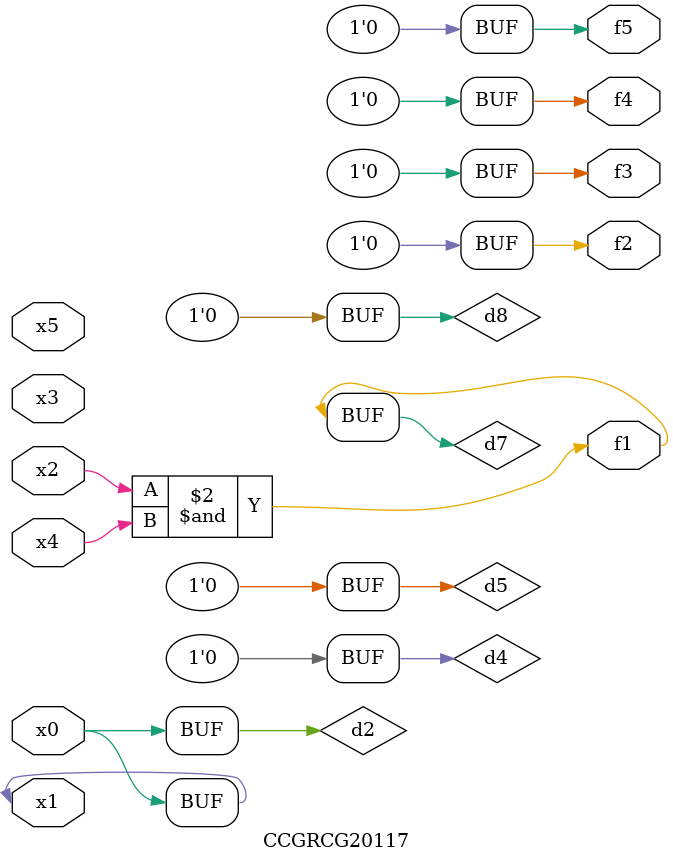
<source format=v>
module CCGRCG20117(
	input x0, x1, x2, x3, x4, x5,
	output f1, f2, f3, f4, f5
);

	wire d1, d2, d3, d4, d5, d6, d7, d8, d9;

	nand (d1, x1);
	buf (d2, x0, x1);
	nand (d3, x2, x4);
	and (d4, d1, d2);
	and (d5, d1, d2);
	nand (d6, d1, d3);
	not (d7, d3);
	xor (d8, d5);
	nor (d9, d5, d6);
	assign f1 = d7;
	assign f2 = d8;
	assign f3 = d8;
	assign f4 = d8;
	assign f5 = d8;
endmodule

</source>
